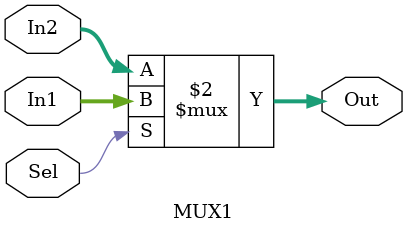
<source format=v>
`timescale 1ns / 1ps


module adder( input [7:0] In,
      output [7:0] Out
    );

assign Out = In + 1;

endmodule
module MUX1( input [7:0] In1,In2,
     input Sel,
     output [7:0] Out
    );

assign Out = (Sel==1)? In1: In2;
endmodule

</source>
